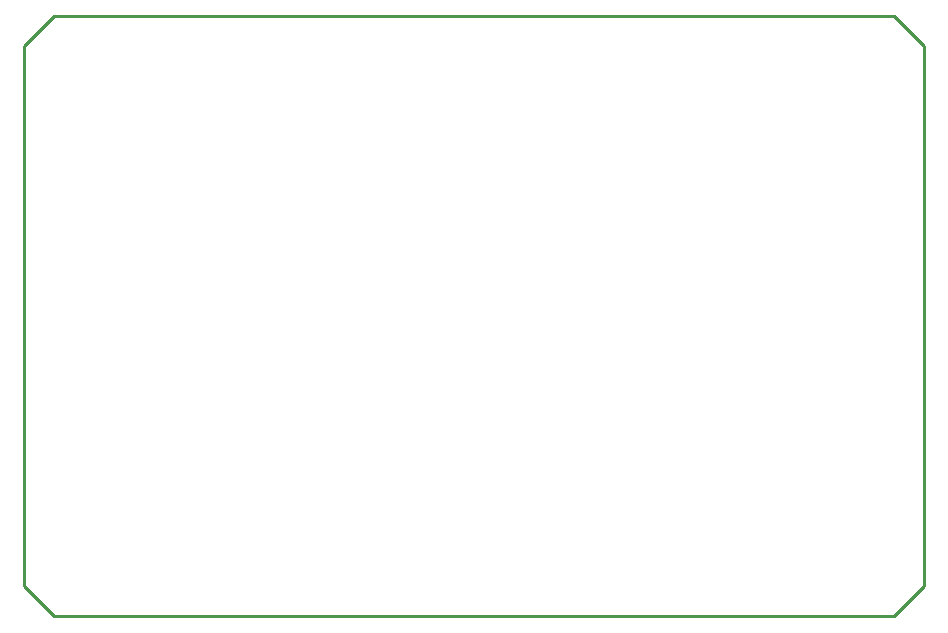
<source format=gko>
G04*
G04 #@! TF.GenerationSoftware,Altium Limited,Altium Designer,19.1.5 (86)*
G04*
G04 Layer_Color=16711935*
%FSLAX25Y25*%
%MOIN*%
G70*
G01*
G75*
%ADD37C,0.01000*%
D37*
Y10000D02*
X10000Y0D01*
X290000D01*
X300000Y10000D01*
Y190000D01*
X290000Y200000D02*
X300000Y190000D01*
X10000Y200000D02*
X290000D01*
X0Y190000D02*
X10000Y200000D01*
X0Y10000D02*
Y190000D01*
M02*

</source>
